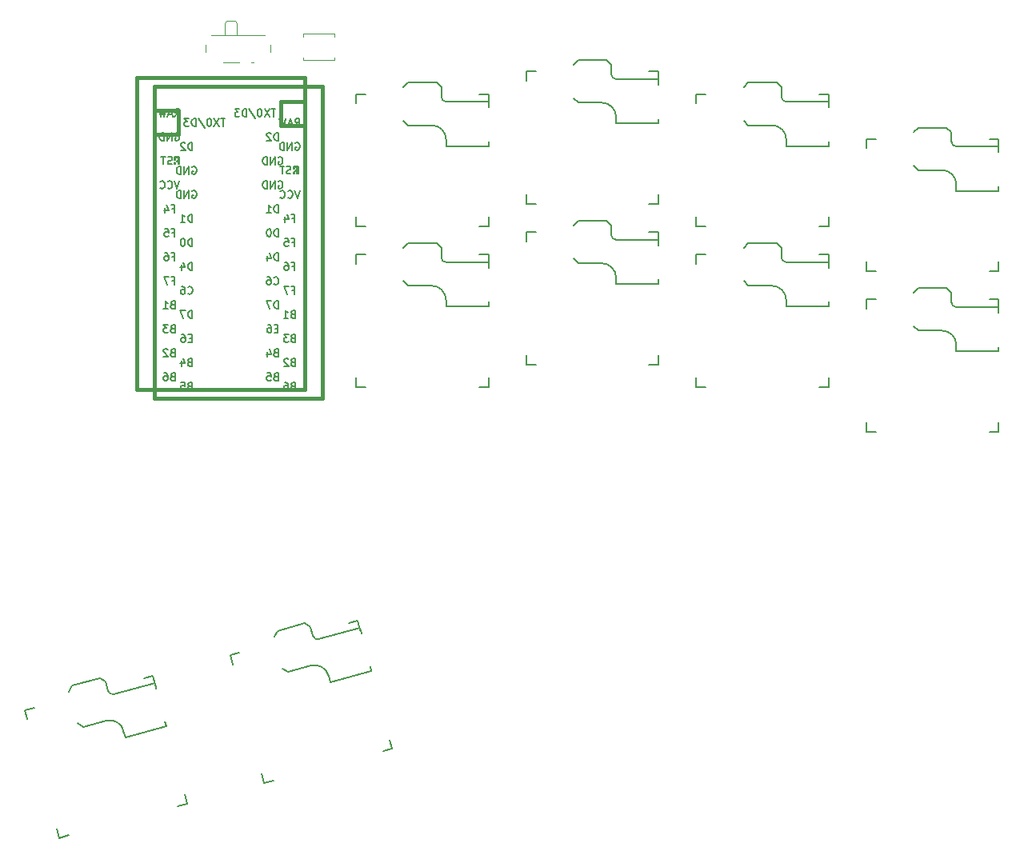
<source format=gbr>
%TF.GenerationSoftware,KiCad,Pcbnew,5.1.8*%
%TF.CreationDate,2021-02-20T18:00:33-06:00*%
%TF.ProjectId,small-paintbrush-hotswap,736d616c-6c2d-4706-9169-6e7462727573,rev?*%
%TF.SameCoordinates,Original*%
%TF.FileFunction,Legend,Bot*%
%TF.FilePolarity,Positive*%
%FSLAX46Y46*%
G04 Gerber Fmt 4.6, Leading zero omitted, Abs format (unit mm)*
G04 Created by KiCad (PCBNEW 5.1.8) date 2021-02-20 18:00:33*
%MOMM*%
%LPD*%
G01*
G04 APERTURE LIST*
%ADD10C,0.381000*%
%ADD11C,0.150000*%
%ADD12C,0.120000*%
G04 APERTURE END LIST*
D10*
%TO.C,U2*%
X93491739Y-27359424D02*
X93491739Y-57839424D01*
X93491739Y-57839424D02*
X75711739Y-57839424D01*
X75711739Y-57839424D02*
X75711739Y-27359424D01*
X90951739Y-27359424D02*
X90951739Y-29899424D01*
X90951739Y-29899424D02*
X93491739Y-29899424D01*
D11*
G36*
X79670171Y-33238784D02*
G01*
X79670171Y-33538784D01*
X79770171Y-33538784D01*
X79770171Y-33238784D01*
X79670171Y-33238784D01*
G37*
X79670171Y-33238784D02*
X79670171Y-33538784D01*
X79770171Y-33538784D01*
X79770171Y-33238784D01*
X79670171Y-33238784D01*
G36*
X79870171Y-33638784D02*
G01*
X79870171Y-33738784D01*
X79970171Y-33738784D01*
X79970171Y-33638784D01*
X79870171Y-33638784D01*
G37*
X79870171Y-33638784D02*
X79870171Y-33738784D01*
X79970171Y-33738784D01*
X79970171Y-33638784D01*
X79870171Y-33638784D01*
G36*
X79670171Y-33238784D02*
G01*
X79670171Y-33338784D01*
X80170171Y-33338784D01*
X80170171Y-33238784D01*
X79670171Y-33238784D01*
G37*
X79670171Y-33238784D02*
X79670171Y-33338784D01*
X80170171Y-33338784D01*
X80170171Y-33238784D01*
X79670171Y-33238784D01*
G36*
X80070171Y-33238784D02*
G01*
X80070171Y-34038784D01*
X80170171Y-34038784D01*
X80170171Y-33238784D01*
X80070171Y-33238784D01*
G37*
X80070171Y-33238784D02*
X80070171Y-34038784D01*
X80170171Y-34038784D01*
X80170171Y-33238784D01*
X80070171Y-33238784D01*
G36*
X79670171Y-33838784D02*
G01*
X79670171Y-34038784D01*
X79770171Y-34038784D01*
X79770171Y-33838784D01*
X79670171Y-33838784D01*
G37*
X79670171Y-33838784D02*
X79670171Y-34038784D01*
X79770171Y-34038784D01*
X79770171Y-33838784D01*
X79670171Y-33838784D01*
D10*
X75711739Y-27359424D02*
X75711739Y-24819424D01*
X75711739Y-24819424D02*
X93491739Y-24819424D01*
X93491739Y-24819424D02*
X93491739Y-27359424D01*
X90951739Y-27359424D02*
X93491739Y-27359424D01*
D11*
%TO.C,KEY10*%
X95970215Y-88173799D02*
X96151388Y-88849947D01*
X96151388Y-88849947D02*
X100498054Y-87685261D01*
X93451375Y-82637063D02*
X94063747Y-82990616D01*
X94322566Y-83956542D02*
X94063747Y-82990616D01*
X99281605Y-83145410D02*
X94934938Y-84310095D01*
X91105910Y-87406633D02*
X91718283Y-87760186D01*
X99436896Y-83724965D02*
X99281605Y-83145410D01*
X91718283Y-87760186D02*
X94133097Y-87113138D01*
X90200044Y-84025892D02*
X90553597Y-83413520D01*
X90553597Y-83413520D02*
X93451375Y-82637063D01*
X100498054Y-87685261D02*
X100368645Y-87202298D01*
X85551588Y-85996136D02*
X86517514Y-85737316D01*
X85810407Y-86962061D02*
X85551588Y-85996136D01*
X99074549Y-82372669D02*
X99333369Y-83338595D01*
X98108624Y-82631488D02*
X99074549Y-82372669D01*
X102439197Y-94929705D02*
X102698016Y-95895630D01*
X102698016Y-95895630D02*
X101732090Y-96154450D01*
X89175055Y-99519097D02*
X88916235Y-98553171D01*
X90140980Y-99260278D02*
X89175055Y-99519097D01*
X94133098Y-87113138D02*
G75*
G02*
X95970215Y-88173799I388228J-1448889D01*
G01*
X94934939Y-84310095D02*
G75*
G02*
X94322566Y-83956542I-129410J482963D01*
G01*
%TO.C,KEY9*%
X74274087Y-93990880D02*
X74455260Y-94667028D01*
X74455260Y-94667028D02*
X78801926Y-93502342D01*
X71755247Y-88454144D02*
X72367619Y-88807697D01*
X72626438Y-89773623D02*
X72367619Y-88807697D01*
X77585477Y-88962491D02*
X73238810Y-90127176D01*
X69409782Y-93223714D02*
X70022155Y-93577267D01*
X77740768Y-89542046D02*
X77585477Y-88962491D01*
X70022155Y-93577267D02*
X72436969Y-92930219D01*
X68503916Y-89842973D02*
X68857469Y-89230601D01*
X68857469Y-89230601D02*
X71755247Y-88454144D01*
X78801926Y-93502342D02*
X78672517Y-93019379D01*
X63855460Y-91813217D02*
X64821386Y-91554397D01*
X64114279Y-92779142D02*
X63855460Y-91813217D01*
X77378421Y-88189750D02*
X77637241Y-89155676D01*
X76412496Y-88448569D02*
X77378421Y-88189750D01*
X80743069Y-100746786D02*
X81001888Y-101712711D01*
X81001888Y-101712711D02*
X80035962Y-101971531D01*
X67478927Y-105336178D02*
X67220107Y-104370252D01*
X68444852Y-105077359D02*
X67478927Y-105336178D01*
X72436970Y-92930219D02*
G75*
G02*
X74274087Y-93990880I388228J-1448889D01*
G01*
X73238811Y-90127176D02*
G75*
G02*
X72626438Y-89773623I-129410J482963D01*
G01*
%TO.C,KEY3*%
X144401739Y-31399426D02*
X144401739Y-32099426D01*
X144401739Y-32099426D02*
X148901739Y-32099426D01*
X143401739Y-25399426D02*
X143901739Y-25899426D01*
X143901739Y-26899426D02*
X143901739Y-25899426D01*
X148901739Y-27399426D02*
X144401739Y-27399426D01*
X139901739Y-29399426D02*
X140401739Y-29899426D01*
X148901739Y-27999426D02*
X148901739Y-27399426D01*
X140401739Y-29899426D02*
X142901739Y-29899426D01*
X139901739Y-25899426D02*
X140401739Y-25399426D01*
X140401739Y-25399426D02*
X143401739Y-25399426D01*
X148901739Y-32099426D02*
X148901739Y-31599426D01*
X134901739Y-26599426D02*
X135901739Y-26599426D01*
X134901739Y-27599426D02*
X134901739Y-26599426D01*
X148901739Y-26599426D02*
X148901739Y-27599426D01*
X147901739Y-26599426D02*
X148901739Y-26599426D01*
X148901739Y-39599426D02*
X148901739Y-40599426D01*
X148901739Y-40599426D02*
X147901739Y-40599426D01*
X134901739Y-40599426D02*
X134901739Y-39599426D01*
X135901739Y-40599426D02*
X134901739Y-40599426D01*
X142901739Y-29899426D02*
G75*
G02*
X144401739Y-31399426I0J-1500000D01*
G01*
X144401739Y-27399426D02*
G75*
G02*
X143901739Y-26899426I0J500000D01*
G01*
%TO.C,KEY8*%
X162401739Y-53149423D02*
X162401739Y-53849423D01*
X162401739Y-53849423D02*
X166901739Y-53849423D01*
X161401739Y-47149423D02*
X161901739Y-47649423D01*
X161901739Y-48649423D02*
X161901739Y-47649423D01*
X166901739Y-49149423D02*
X162401739Y-49149423D01*
X157901739Y-51149423D02*
X158401739Y-51649423D01*
X166901739Y-49749423D02*
X166901739Y-49149423D01*
X158401739Y-51649423D02*
X160901739Y-51649423D01*
X157901739Y-47649423D02*
X158401739Y-47149423D01*
X158401739Y-47149423D02*
X161401739Y-47149423D01*
X166901739Y-53849423D02*
X166901739Y-53349423D01*
X152901739Y-48349423D02*
X153901739Y-48349423D01*
X152901739Y-49349423D02*
X152901739Y-48349423D01*
X166901739Y-48349423D02*
X166901739Y-49349423D01*
X165901739Y-48349423D02*
X166901739Y-48349423D01*
X166901739Y-61349423D02*
X166901739Y-62349423D01*
X166901739Y-62349423D02*
X165901739Y-62349423D01*
X152901739Y-62349423D02*
X152901739Y-61349423D01*
X153901739Y-62349423D02*
X152901739Y-62349423D01*
X160901739Y-51649423D02*
G75*
G02*
X162401739Y-53149423I0J-1500000D01*
G01*
X162401739Y-49149423D02*
G75*
G02*
X161901739Y-48649423I0J500000D01*
G01*
%TO.C,KEY7*%
X144401739Y-48399426D02*
X144401739Y-49099426D01*
X144401739Y-49099426D02*
X148901739Y-49099426D01*
X143401739Y-42399426D02*
X143901739Y-42899426D01*
X143901739Y-43899426D02*
X143901739Y-42899426D01*
X148901739Y-44399426D02*
X144401739Y-44399426D01*
X139901739Y-46399426D02*
X140401739Y-46899426D01*
X148901739Y-44999426D02*
X148901739Y-44399426D01*
X140401739Y-46899426D02*
X142901739Y-46899426D01*
X139901739Y-42899426D02*
X140401739Y-42399426D01*
X140401739Y-42399426D02*
X143401739Y-42399426D01*
X148901739Y-49099426D02*
X148901739Y-48599426D01*
X134901739Y-43599426D02*
X135901739Y-43599426D01*
X134901739Y-44599426D02*
X134901739Y-43599426D01*
X148901739Y-43599426D02*
X148901739Y-44599426D01*
X147901739Y-43599426D02*
X148901739Y-43599426D01*
X148901739Y-56599426D02*
X148901739Y-57599426D01*
X148901739Y-57599426D02*
X147901739Y-57599426D01*
X134901739Y-57599426D02*
X134901739Y-56599426D01*
X135901739Y-57599426D02*
X134901739Y-57599426D01*
X142901739Y-46899426D02*
G75*
G02*
X144401739Y-48399426I0J-1500000D01*
G01*
X144401739Y-44399426D02*
G75*
G02*
X143901739Y-43899426I0J500000D01*
G01*
%TO.C,KEY6*%
X117901739Y-55219424D02*
X116901739Y-55219424D01*
X116901739Y-55219424D02*
X116901739Y-54219424D01*
X130901739Y-55219424D02*
X129901739Y-55219424D01*
X130901739Y-54219424D02*
X130901739Y-55219424D01*
X129901739Y-41219424D02*
X130901739Y-41219424D01*
X130901739Y-41219424D02*
X130901739Y-42219424D01*
X116901739Y-42219424D02*
X116901739Y-41219424D01*
X116901739Y-41219424D02*
X117901739Y-41219424D01*
X130901739Y-46719424D02*
X130901739Y-46219424D01*
X122401739Y-40019424D02*
X125401739Y-40019424D01*
X121901739Y-40519424D02*
X122401739Y-40019424D01*
X122401739Y-44519424D02*
X124901739Y-44519424D01*
X130901739Y-42619424D02*
X130901739Y-42019424D01*
X121901739Y-44019424D02*
X122401739Y-44519424D01*
X130901739Y-42019424D02*
X126401739Y-42019424D01*
X125901739Y-41519424D02*
X125901739Y-40519424D01*
X125401739Y-40019424D02*
X125901739Y-40519424D01*
X126401739Y-46719424D02*
X130901739Y-46719424D01*
X126401739Y-46019424D02*
X126401739Y-46719424D01*
X126401739Y-42019424D02*
G75*
G02*
X125901739Y-41519424I0J500000D01*
G01*
X124901739Y-44519424D02*
G75*
G02*
X126401739Y-46019424I0J-1500000D01*
G01*
%TO.C,KEY5*%
X108401736Y-48399424D02*
X108401736Y-49099424D01*
X108401736Y-49099424D02*
X112901736Y-49099424D01*
X107401736Y-42399424D02*
X107901736Y-42899424D01*
X107901736Y-43899424D02*
X107901736Y-42899424D01*
X112901736Y-44399424D02*
X108401736Y-44399424D01*
X103901736Y-46399424D02*
X104401736Y-46899424D01*
X112901736Y-44999424D02*
X112901736Y-44399424D01*
X104401736Y-46899424D02*
X106901736Y-46899424D01*
X103901736Y-42899424D02*
X104401736Y-42399424D01*
X104401736Y-42399424D02*
X107401736Y-42399424D01*
X112901736Y-49099424D02*
X112901736Y-48599424D01*
X98901736Y-43599424D02*
X99901736Y-43599424D01*
X98901736Y-44599424D02*
X98901736Y-43599424D01*
X112901736Y-43599424D02*
X112901736Y-44599424D01*
X111901736Y-43599424D02*
X112901736Y-43599424D01*
X112901736Y-56599424D02*
X112901736Y-57599424D01*
X112901736Y-57599424D02*
X111901736Y-57599424D01*
X98901736Y-57599424D02*
X98901736Y-56599424D01*
X99901736Y-57599424D02*
X98901736Y-57599424D01*
X106901736Y-46899424D02*
G75*
G02*
X108401736Y-48399424I0J-1500000D01*
G01*
X108401736Y-44399424D02*
G75*
G02*
X107901736Y-43899424I0J500000D01*
G01*
%TO.C,KEY4*%
X162401737Y-36149424D02*
X162401737Y-36849424D01*
X162401737Y-36849424D02*
X166901737Y-36849424D01*
X161401737Y-30149424D02*
X161901737Y-30649424D01*
X161901737Y-31649424D02*
X161901737Y-30649424D01*
X166901737Y-32149424D02*
X162401737Y-32149424D01*
X157901737Y-34149424D02*
X158401737Y-34649424D01*
X166901737Y-32749424D02*
X166901737Y-32149424D01*
X158401737Y-34649424D02*
X160901737Y-34649424D01*
X157901737Y-30649424D02*
X158401737Y-30149424D01*
X158401737Y-30149424D02*
X161401737Y-30149424D01*
X166901737Y-36849424D02*
X166901737Y-36349424D01*
X152901737Y-31349424D02*
X153901737Y-31349424D01*
X152901737Y-32349424D02*
X152901737Y-31349424D01*
X166901737Y-31349424D02*
X166901737Y-32349424D01*
X165901737Y-31349424D02*
X166901737Y-31349424D01*
X166901737Y-44349424D02*
X166901737Y-45349424D01*
X166901737Y-45349424D02*
X165901737Y-45349424D01*
X152901737Y-45349424D02*
X152901737Y-44349424D01*
X153901737Y-45349424D02*
X152901737Y-45349424D01*
X160901737Y-34649424D02*
G75*
G02*
X162401737Y-36149424I0J-1500000D01*
G01*
X162401737Y-32149424D02*
G75*
G02*
X161901737Y-31649424I0J500000D01*
G01*
%TO.C,KEY2*%
X117901737Y-38219424D02*
X116901737Y-38219424D01*
X116901737Y-38219424D02*
X116901737Y-37219424D01*
X130901737Y-38219424D02*
X129901737Y-38219424D01*
X130901737Y-37219424D02*
X130901737Y-38219424D01*
X129901737Y-24219424D02*
X130901737Y-24219424D01*
X130901737Y-24219424D02*
X130901737Y-25219424D01*
X116901737Y-25219424D02*
X116901737Y-24219424D01*
X116901737Y-24219424D02*
X117901737Y-24219424D01*
X130901737Y-29719424D02*
X130901737Y-29219424D01*
X122401737Y-23019424D02*
X125401737Y-23019424D01*
X121901737Y-23519424D02*
X122401737Y-23019424D01*
X122401737Y-27519424D02*
X124901737Y-27519424D01*
X130901737Y-25619424D02*
X130901737Y-25019424D01*
X121901737Y-27019424D02*
X122401737Y-27519424D01*
X130901737Y-25019424D02*
X126401737Y-25019424D01*
X125901737Y-24519424D02*
X125901737Y-23519424D01*
X125401737Y-23019424D02*
X125901737Y-23519424D01*
X126401737Y-29719424D02*
X130901737Y-29719424D01*
X126401737Y-29019424D02*
X126401737Y-29719424D01*
X126401737Y-25019424D02*
G75*
G02*
X125901737Y-24519424I0J500000D01*
G01*
X124901737Y-27519424D02*
G75*
G02*
X126401737Y-29019424I0J-1500000D01*
G01*
%TO.C,KEY1*%
X108401737Y-31399424D02*
X108401737Y-32099424D01*
X108401737Y-32099424D02*
X112901737Y-32099424D01*
X107401737Y-25399424D02*
X107901737Y-25899424D01*
X107901737Y-26899424D02*
X107901737Y-25899424D01*
X112901737Y-27399424D02*
X108401737Y-27399424D01*
X103901737Y-29399424D02*
X104401737Y-29899424D01*
X112901737Y-27999424D02*
X112901737Y-27399424D01*
X104401737Y-29899424D02*
X106901737Y-29899424D01*
X103901737Y-25899424D02*
X104401737Y-25399424D01*
X104401737Y-25399424D02*
X107401737Y-25399424D01*
X112901737Y-32099424D02*
X112901737Y-31599424D01*
X98901737Y-26599424D02*
X99901737Y-26599424D01*
X98901737Y-27599424D02*
X98901737Y-26599424D01*
X112901737Y-26599424D02*
X112901737Y-27599424D01*
X111901737Y-26599424D02*
X112901737Y-26599424D01*
X112901737Y-39599424D02*
X112901737Y-40599424D01*
X112901737Y-40599424D02*
X111901737Y-40599424D01*
X98901737Y-40599424D02*
X98901737Y-39599424D01*
X99901737Y-40599424D02*
X98901737Y-40599424D01*
X106901737Y-29899424D02*
G75*
G02*
X108401737Y-31399424I0J-1500000D01*
G01*
X108401737Y-27399424D02*
G75*
G02*
X107901737Y-26899424I0J500000D01*
G01*
D10*
%TO.C,U1*%
X80051737Y-30899424D02*
X77511737Y-30899424D01*
X80051737Y-28359424D02*
X80051737Y-30899424D01*
D11*
G36*
X92446372Y-34648454D02*
G01*
X92446372Y-34748454D01*
X92546372Y-34748454D01*
X92546372Y-34648454D01*
X92446372Y-34648454D01*
G37*
X92446372Y-34648454D02*
X92446372Y-34748454D01*
X92546372Y-34748454D01*
X92546372Y-34648454D01*
X92446372Y-34648454D01*
G36*
X92646372Y-34248454D02*
G01*
X92646372Y-35048454D01*
X92746372Y-35048454D01*
X92746372Y-34248454D01*
X92646372Y-34248454D01*
G37*
X92646372Y-34248454D02*
X92646372Y-35048454D01*
X92746372Y-35048454D01*
X92746372Y-34248454D01*
X92646372Y-34248454D01*
G36*
X92246372Y-34848454D02*
G01*
X92246372Y-35048454D01*
X92346372Y-35048454D01*
X92346372Y-34848454D01*
X92246372Y-34848454D01*
G37*
X92246372Y-34848454D02*
X92246372Y-35048454D01*
X92346372Y-35048454D01*
X92346372Y-34848454D01*
X92246372Y-34848454D01*
G36*
X92246372Y-34248454D02*
G01*
X92246372Y-34548454D01*
X92346372Y-34548454D01*
X92346372Y-34248454D01*
X92246372Y-34248454D01*
G37*
X92246372Y-34248454D02*
X92246372Y-34548454D01*
X92346372Y-34548454D01*
X92346372Y-34248454D01*
X92246372Y-34248454D01*
G36*
X92246372Y-34248454D02*
G01*
X92246372Y-34348454D01*
X92746372Y-34348454D01*
X92746372Y-34248454D01*
X92246372Y-34248454D01*
G37*
X92246372Y-34248454D02*
X92246372Y-34348454D01*
X92746372Y-34348454D01*
X92746372Y-34248454D01*
X92246372Y-34248454D01*
D10*
X95291737Y-58839424D02*
X95291737Y-25819424D01*
X77511737Y-58839424D02*
X95291737Y-58839424D01*
X77511737Y-25819424D02*
X77511737Y-58839424D01*
X95291737Y-25819424D02*
X77511737Y-25819424D01*
X80051737Y-28359424D02*
X77511737Y-28359424D01*
D12*
%TO.C,PUSH1*%
X93251737Y-20499425D02*
X93251737Y-20199425D01*
X93251737Y-20199425D02*
X96551737Y-20199425D01*
X96551737Y-20199425D02*
X96551737Y-20499425D01*
X93251737Y-22699425D02*
X93251737Y-22999425D01*
X93251737Y-22999425D02*
X96551737Y-22999425D01*
X96551737Y-22999425D02*
X96551737Y-22699425D01*
%TO.C,SW1*%
X87801737Y-23219425D02*
X88001737Y-23219425D01*
X85001737Y-19079425D02*
X85201737Y-18869425D01*
X86301737Y-19079425D02*
X86101737Y-18869425D01*
X85001737Y-20369425D02*
X85001737Y-19079425D01*
X85201737Y-18869425D02*
X86101737Y-18869425D01*
X86301737Y-19079425D02*
X86301737Y-20369425D01*
X83551737Y-20369425D02*
X89251737Y-20369425D01*
X84801737Y-23219425D02*
X86501737Y-23219425D01*
X82951737Y-22169425D02*
X82951737Y-21379425D01*
X89851737Y-21379425D02*
X89851737Y-22169425D01*
%TO.C,U2*%
D11*
X79464548Y-53972281D02*
X79350262Y-54010376D01*
X79312167Y-54048471D01*
X79274072Y-54124662D01*
X79274072Y-54238947D01*
X79312167Y-54315138D01*
X79350262Y-54353233D01*
X79426453Y-54391328D01*
X79731215Y-54391328D01*
X79731215Y-53591328D01*
X79464548Y-53591328D01*
X79388358Y-53629424D01*
X79350262Y-53667519D01*
X79312167Y-53743709D01*
X79312167Y-53819900D01*
X79350262Y-53896090D01*
X79388358Y-53934185D01*
X79464548Y-53972281D01*
X79731215Y-53972281D01*
X78969310Y-53667519D02*
X78931215Y-53629424D01*
X78855024Y-53591328D01*
X78664548Y-53591328D01*
X78588358Y-53629424D01*
X78550262Y-53667519D01*
X78512167Y-53743709D01*
X78512167Y-53819900D01*
X78550262Y-53934185D01*
X79007405Y-54391328D01*
X78512167Y-54391328D01*
X79407405Y-46352281D02*
X79674072Y-46352281D01*
X79674072Y-46771328D02*
X79674072Y-45971328D01*
X79293119Y-45971328D01*
X79064548Y-45971328D02*
X78531215Y-45971328D01*
X78874072Y-46771328D01*
X79407405Y-43812281D02*
X79674072Y-43812281D01*
X79674072Y-44231328D02*
X79674072Y-43431328D01*
X79293119Y-43431328D01*
X78645500Y-43431328D02*
X78797881Y-43431328D01*
X78874072Y-43469424D01*
X78912167Y-43507519D01*
X78988358Y-43621804D01*
X79026453Y-43774185D01*
X79026453Y-44078947D01*
X78988358Y-44155138D01*
X78950262Y-44193233D01*
X78874072Y-44231328D01*
X78721691Y-44231328D01*
X78645500Y-44193233D01*
X78607405Y-44155138D01*
X78569310Y-44078947D01*
X78569310Y-43888471D01*
X78607405Y-43812281D01*
X78645500Y-43774185D01*
X78721691Y-43736090D01*
X78874072Y-43736090D01*
X78950262Y-43774185D01*
X78988358Y-43812281D01*
X79026453Y-43888471D01*
X79407405Y-41272281D02*
X79674072Y-41272281D01*
X79674072Y-41691328D02*
X79674072Y-40891328D01*
X79293119Y-40891328D01*
X78607405Y-40891328D02*
X78988358Y-40891328D01*
X79026453Y-41272281D01*
X78988358Y-41234185D01*
X78912167Y-41196090D01*
X78721691Y-41196090D01*
X78645500Y-41234185D01*
X78607405Y-41272281D01*
X78569310Y-41348471D01*
X78569310Y-41538947D01*
X78607405Y-41615138D01*
X78645500Y-41653233D01*
X78721691Y-41691328D01*
X78912167Y-41691328D01*
X78988358Y-41653233D01*
X79026453Y-41615138D01*
X79693119Y-28991328D02*
X79959786Y-28610376D01*
X80150262Y-28991328D02*
X80150262Y-28191328D01*
X79845500Y-28191328D01*
X79769310Y-28229424D01*
X79731215Y-28267519D01*
X79693119Y-28343709D01*
X79693119Y-28457995D01*
X79731215Y-28534185D01*
X79769310Y-28572281D01*
X79845500Y-28610376D01*
X80150262Y-28610376D01*
X79388358Y-28762757D02*
X79007405Y-28762757D01*
X79464548Y-28991328D02*
X79197881Y-28191328D01*
X78931215Y-28991328D01*
X78740739Y-28191328D02*
X78550262Y-28991328D01*
X78397881Y-28419900D01*
X78245500Y-28991328D01*
X78055024Y-28191328D01*
X79750262Y-30769424D02*
X79826453Y-30731328D01*
X79940739Y-30731328D01*
X80055024Y-30769424D01*
X80131215Y-30845614D01*
X80169310Y-30921804D01*
X80207405Y-31074185D01*
X80207405Y-31188471D01*
X80169310Y-31340852D01*
X80131215Y-31417043D01*
X80055024Y-31493233D01*
X79940739Y-31531328D01*
X79864548Y-31531328D01*
X79750262Y-31493233D01*
X79712167Y-31455138D01*
X79712167Y-31188471D01*
X79864548Y-31188471D01*
X79369310Y-31531328D02*
X79369310Y-30731328D01*
X78912167Y-31531328D01*
X78912167Y-30731328D01*
X78531215Y-31531328D02*
X78531215Y-30731328D01*
X78340739Y-30731328D01*
X78226453Y-30769424D01*
X78150262Y-30845614D01*
X78112167Y-30921804D01*
X78074072Y-31074185D01*
X78074072Y-31188471D01*
X78112167Y-31340852D01*
X78150262Y-31417043D01*
X78226453Y-31493233D01*
X78340739Y-31531328D01*
X78531215Y-31531328D01*
X79401952Y-34003233D02*
X79287666Y-34041328D01*
X79097190Y-34041328D01*
X79020999Y-34003233D01*
X78982904Y-33965138D01*
X78944809Y-33888947D01*
X78944809Y-33812757D01*
X78982904Y-33736566D01*
X79020999Y-33698471D01*
X79097190Y-33660376D01*
X79249571Y-33622281D01*
X79325761Y-33584185D01*
X79363857Y-33546090D01*
X79401952Y-33469900D01*
X79401952Y-33393709D01*
X79363857Y-33317519D01*
X79325761Y-33279424D01*
X79249571Y-33241328D01*
X79059095Y-33241328D01*
X78944809Y-33279424D01*
X78716238Y-33241328D02*
X78259095Y-33241328D01*
X78487666Y-34041328D02*
X78487666Y-33241328D01*
X80207405Y-35811328D02*
X79940739Y-36611328D01*
X79674072Y-35811328D01*
X78950262Y-36535138D02*
X78988358Y-36573233D01*
X79102643Y-36611328D01*
X79178834Y-36611328D01*
X79293119Y-36573233D01*
X79369310Y-36497043D01*
X79407405Y-36420852D01*
X79445500Y-36268471D01*
X79445500Y-36154185D01*
X79407405Y-36001804D01*
X79369310Y-35925614D01*
X79293119Y-35849424D01*
X79178834Y-35811328D01*
X79102643Y-35811328D01*
X78988358Y-35849424D01*
X78950262Y-35887519D01*
X78150262Y-36535138D02*
X78188358Y-36573233D01*
X78302643Y-36611328D01*
X78378834Y-36611328D01*
X78493119Y-36573233D01*
X78569310Y-36497043D01*
X78607405Y-36420852D01*
X78645500Y-36268471D01*
X78645500Y-36154185D01*
X78607405Y-36001804D01*
X78569310Y-35925614D01*
X78493119Y-35849424D01*
X78378834Y-35811328D01*
X78302643Y-35811328D01*
X78188358Y-35849424D01*
X78150262Y-35887519D01*
X79407405Y-38732281D02*
X79674072Y-38732281D01*
X79674072Y-39151328D02*
X79674072Y-38351328D01*
X79293119Y-38351328D01*
X78645500Y-38617995D02*
X78645500Y-39151328D01*
X78835977Y-38313233D02*
X79026453Y-38884662D01*
X78531215Y-38884662D01*
X79464548Y-48892281D02*
X79350262Y-48930376D01*
X79312167Y-48968471D01*
X79274072Y-49044662D01*
X79274072Y-49158947D01*
X79312167Y-49235138D01*
X79350262Y-49273233D01*
X79426453Y-49311328D01*
X79731215Y-49311328D01*
X79731215Y-48511328D01*
X79464548Y-48511328D01*
X79388358Y-48549424D01*
X79350262Y-48587519D01*
X79312167Y-48663709D01*
X79312167Y-48739900D01*
X79350262Y-48816090D01*
X79388358Y-48854185D01*
X79464548Y-48892281D01*
X79731215Y-48892281D01*
X78512167Y-49311328D02*
X78969310Y-49311328D01*
X78740739Y-49311328D02*
X78740739Y-48511328D01*
X78816929Y-48625614D01*
X78893119Y-48701804D01*
X78969310Y-48739900D01*
X79464548Y-51432281D02*
X79350262Y-51470376D01*
X79312167Y-51508471D01*
X79274072Y-51584662D01*
X79274072Y-51698947D01*
X79312167Y-51775138D01*
X79350262Y-51813233D01*
X79426453Y-51851328D01*
X79731215Y-51851328D01*
X79731215Y-51051328D01*
X79464548Y-51051328D01*
X79388358Y-51089424D01*
X79350262Y-51127519D01*
X79312167Y-51203709D01*
X79312167Y-51279900D01*
X79350262Y-51356090D01*
X79388358Y-51394185D01*
X79464548Y-51432281D01*
X79731215Y-51432281D01*
X79007405Y-51051328D02*
X78512167Y-51051328D01*
X78778834Y-51356090D01*
X78664548Y-51356090D01*
X78588358Y-51394185D01*
X78550262Y-51432281D01*
X78512167Y-51508471D01*
X78512167Y-51698947D01*
X78550262Y-51775138D01*
X78588358Y-51813233D01*
X78664548Y-51851328D01*
X78893119Y-51851328D01*
X78969310Y-51813233D01*
X79007405Y-51775138D01*
X79464548Y-56512281D02*
X79350262Y-56550376D01*
X79312167Y-56588471D01*
X79274072Y-56664662D01*
X79274072Y-56778947D01*
X79312167Y-56855138D01*
X79350262Y-56893233D01*
X79426453Y-56931328D01*
X79731215Y-56931328D01*
X79731215Y-56131328D01*
X79464548Y-56131328D01*
X79388358Y-56169424D01*
X79350262Y-56207519D01*
X79312167Y-56283709D01*
X79312167Y-56359900D01*
X79350262Y-56436090D01*
X79388358Y-56474185D01*
X79464548Y-56512281D01*
X79731215Y-56512281D01*
X78588358Y-56131328D02*
X78740739Y-56131328D01*
X78816929Y-56169424D01*
X78855024Y-56207519D01*
X78931215Y-56321804D01*
X78969310Y-56474185D01*
X78969310Y-56778947D01*
X78931215Y-56855138D01*
X78893119Y-56893233D01*
X78816929Y-56931328D01*
X78664548Y-56931328D01*
X78588358Y-56893233D01*
X78550262Y-56855138D01*
X78512167Y-56778947D01*
X78512167Y-56588471D01*
X78550262Y-56512281D01*
X78588358Y-56474185D01*
X78664548Y-56436090D01*
X78816929Y-56436090D01*
X78893119Y-56474185D01*
X78931215Y-56512281D01*
X78969310Y-56588471D01*
X90386548Y-56512281D02*
X90272262Y-56550376D01*
X90234167Y-56588471D01*
X90196072Y-56664662D01*
X90196072Y-56778947D01*
X90234167Y-56855138D01*
X90272262Y-56893233D01*
X90348453Y-56931328D01*
X90653215Y-56931328D01*
X90653215Y-56131328D01*
X90386548Y-56131328D01*
X90310358Y-56169424D01*
X90272262Y-56207519D01*
X90234167Y-56283709D01*
X90234167Y-56359900D01*
X90272262Y-56436090D01*
X90310358Y-56474185D01*
X90386548Y-56512281D01*
X90653215Y-56512281D01*
X89472262Y-56131328D02*
X89853215Y-56131328D01*
X89891310Y-56512281D01*
X89853215Y-56474185D01*
X89777024Y-56436090D01*
X89586548Y-56436090D01*
X89510358Y-56474185D01*
X89472262Y-56512281D01*
X89434167Y-56588471D01*
X89434167Y-56778947D01*
X89472262Y-56855138D01*
X89510358Y-56893233D01*
X89586548Y-56931328D01*
X89777024Y-56931328D01*
X89853215Y-56893233D01*
X89891310Y-56855138D01*
X90386548Y-53972281D02*
X90272262Y-54010376D01*
X90234167Y-54048471D01*
X90196072Y-54124662D01*
X90196072Y-54238947D01*
X90234167Y-54315138D01*
X90272262Y-54353233D01*
X90348453Y-54391328D01*
X90653215Y-54391328D01*
X90653215Y-53591328D01*
X90386548Y-53591328D01*
X90310358Y-53629424D01*
X90272262Y-53667519D01*
X90234167Y-53743709D01*
X90234167Y-53819900D01*
X90272262Y-53896090D01*
X90310358Y-53934185D01*
X90386548Y-53972281D01*
X90653215Y-53972281D01*
X89510358Y-53857995D02*
X89510358Y-54391328D01*
X89700834Y-53553233D02*
X89891310Y-54124662D01*
X89396072Y-54124662D01*
X90615119Y-51432281D02*
X90348453Y-51432281D01*
X90234167Y-51851328D02*
X90615119Y-51851328D01*
X90615119Y-51051328D01*
X90234167Y-51051328D01*
X89548453Y-51051328D02*
X89700834Y-51051328D01*
X89777024Y-51089424D01*
X89815119Y-51127519D01*
X89891310Y-51241804D01*
X89929405Y-51394185D01*
X89929405Y-51698947D01*
X89891310Y-51775138D01*
X89853215Y-51813233D01*
X89777024Y-51851328D01*
X89624643Y-51851328D01*
X89548453Y-51813233D01*
X89510358Y-51775138D01*
X89472262Y-51698947D01*
X89472262Y-51508471D01*
X89510358Y-51432281D01*
X89548453Y-51394185D01*
X89624643Y-51356090D01*
X89777024Y-51356090D01*
X89853215Y-51394185D01*
X89891310Y-51432281D01*
X89929405Y-51508471D01*
X90653215Y-49311328D02*
X90653215Y-48511328D01*
X90462739Y-48511328D01*
X90348453Y-48549424D01*
X90272262Y-48625614D01*
X90234167Y-48701804D01*
X90196072Y-48854185D01*
X90196072Y-48968471D01*
X90234167Y-49120852D01*
X90272262Y-49197043D01*
X90348453Y-49273233D01*
X90462739Y-49311328D01*
X90653215Y-49311328D01*
X89929405Y-48511328D02*
X89396072Y-48511328D01*
X89738929Y-49311328D01*
X90196072Y-46695138D02*
X90234167Y-46733233D01*
X90348453Y-46771328D01*
X90424643Y-46771328D01*
X90538929Y-46733233D01*
X90615119Y-46657043D01*
X90653215Y-46580852D01*
X90691310Y-46428471D01*
X90691310Y-46314185D01*
X90653215Y-46161804D01*
X90615119Y-46085614D01*
X90538929Y-46009424D01*
X90424643Y-45971328D01*
X90348453Y-45971328D01*
X90234167Y-46009424D01*
X90196072Y-46047519D01*
X89510358Y-45971328D02*
X89662739Y-45971328D01*
X89738929Y-46009424D01*
X89777024Y-46047519D01*
X89853215Y-46161804D01*
X89891310Y-46314185D01*
X89891310Y-46618947D01*
X89853215Y-46695138D01*
X89815119Y-46733233D01*
X89738929Y-46771328D01*
X89586548Y-46771328D01*
X89510358Y-46733233D01*
X89472262Y-46695138D01*
X89434167Y-46618947D01*
X89434167Y-46428471D01*
X89472262Y-46352281D01*
X89510358Y-46314185D01*
X89586548Y-46276090D01*
X89738929Y-46276090D01*
X89815119Y-46314185D01*
X89853215Y-46352281D01*
X89891310Y-46428471D01*
X90653215Y-44231328D02*
X90653215Y-43431328D01*
X90462739Y-43431328D01*
X90348453Y-43469424D01*
X90272262Y-43545614D01*
X90234167Y-43621804D01*
X90196072Y-43774185D01*
X90196072Y-43888471D01*
X90234167Y-44040852D01*
X90272262Y-44117043D01*
X90348453Y-44193233D01*
X90462739Y-44231328D01*
X90653215Y-44231328D01*
X89510358Y-43697995D02*
X89510358Y-44231328D01*
X89700834Y-43393233D02*
X89891310Y-43964662D01*
X89396072Y-43964662D01*
X90672262Y-33309424D02*
X90748453Y-33271328D01*
X90862739Y-33271328D01*
X90977024Y-33309424D01*
X91053215Y-33385614D01*
X91091310Y-33461804D01*
X91129405Y-33614185D01*
X91129405Y-33728471D01*
X91091310Y-33880852D01*
X91053215Y-33957043D01*
X90977024Y-34033233D01*
X90862739Y-34071328D01*
X90786548Y-34071328D01*
X90672262Y-34033233D01*
X90634167Y-33995138D01*
X90634167Y-33728471D01*
X90786548Y-33728471D01*
X90291310Y-34071328D02*
X90291310Y-33271328D01*
X89834167Y-34071328D01*
X89834167Y-33271328D01*
X89453215Y-34071328D02*
X89453215Y-33271328D01*
X89262739Y-33271328D01*
X89148453Y-33309424D01*
X89072262Y-33385614D01*
X89034167Y-33461804D01*
X88996072Y-33614185D01*
X88996072Y-33728471D01*
X89034167Y-33880852D01*
X89072262Y-33957043D01*
X89148453Y-34033233D01*
X89262739Y-34071328D01*
X89453215Y-34071328D01*
X90672262Y-35849424D02*
X90748453Y-35811328D01*
X90862739Y-35811328D01*
X90977024Y-35849424D01*
X91053215Y-35925614D01*
X91091310Y-36001804D01*
X91129405Y-36154185D01*
X91129405Y-36268471D01*
X91091310Y-36420852D01*
X91053215Y-36497043D01*
X90977024Y-36573233D01*
X90862739Y-36611328D01*
X90786548Y-36611328D01*
X90672262Y-36573233D01*
X90634167Y-36535138D01*
X90634167Y-36268471D01*
X90786548Y-36268471D01*
X90291310Y-36611328D02*
X90291310Y-35811328D01*
X89834167Y-36611328D01*
X89834167Y-35811328D01*
X89453215Y-36611328D02*
X89453215Y-35811328D01*
X89262739Y-35811328D01*
X89148453Y-35849424D01*
X89072262Y-35925614D01*
X89034167Y-36001804D01*
X88996072Y-36154185D01*
X88996072Y-36268471D01*
X89034167Y-36420852D01*
X89072262Y-36497043D01*
X89148453Y-36573233D01*
X89262739Y-36611328D01*
X89453215Y-36611328D01*
X90653215Y-39151328D02*
X90653215Y-38351328D01*
X90462739Y-38351328D01*
X90348453Y-38389424D01*
X90272262Y-38465614D01*
X90234167Y-38541804D01*
X90196072Y-38694185D01*
X90196072Y-38808471D01*
X90234167Y-38960852D01*
X90272262Y-39037043D01*
X90348453Y-39113233D01*
X90462739Y-39151328D01*
X90653215Y-39151328D01*
X89434167Y-39151328D02*
X89891310Y-39151328D01*
X89662739Y-39151328D02*
X89662739Y-38351328D01*
X89738929Y-38465614D01*
X89815119Y-38541804D01*
X89891310Y-38579900D01*
X90653215Y-41691328D02*
X90653215Y-40891328D01*
X90462739Y-40891328D01*
X90348453Y-40929424D01*
X90272262Y-41005614D01*
X90234167Y-41081804D01*
X90196072Y-41234185D01*
X90196072Y-41348471D01*
X90234167Y-41500852D01*
X90272262Y-41577043D01*
X90348453Y-41653233D01*
X90462739Y-41691328D01*
X90653215Y-41691328D01*
X89700834Y-40891328D02*
X89624643Y-40891328D01*
X89548453Y-40929424D01*
X89510358Y-40967519D01*
X89472262Y-41043709D01*
X89434167Y-41196090D01*
X89434167Y-41386566D01*
X89472262Y-41538947D01*
X89510358Y-41615138D01*
X89548453Y-41653233D01*
X89624643Y-41691328D01*
X89700834Y-41691328D01*
X89777024Y-41653233D01*
X89815119Y-41615138D01*
X89853215Y-41538947D01*
X89891310Y-41386566D01*
X89891310Y-41196090D01*
X89853215Y-41043709D01*
X89815119Y-40967519D01*
X89777024Y-40929424D01*
X89700834Y-40891328D01*
X90653215Y-31531328D02*
X90653215Y-30731328D01*
X90462739Y-30731328D01*
X90348453Y-30769424D01*
X90272262Y-30845614D01*
X90234167Y-30921804D01*
X90196072Y-31074185D01*
X90196072Y-31188471D01*
X90234167Y-31340852D01*
X90272262Y-31417043D01*
X90348453Y-31493233D01*
X90462739Y-31531328D01*
X90653215Y-31531328D01*
X89891310Y-30807519D02*
X89853215Y-30769424D01*
X89777024Y-30731328D01*
X89586548Y-30731328D01*
X89510358Y-30769424D01*
X89472262Y-30807519D01*
X89434167Y-30883709D01*
X89434167Y-30959900D01*
X89472262Y-31074185D01*
X89929405Y-31531328D01*
X89434167Y-31531328D01*
X90364087Y-28191328D02*
X89906944Y-28191328D01*
X90135515Y-28991328D02*
X90135515Y-28191328D01*
X89716468Y-28191328D02*
X89183134Y-28991328D01*
X89183134Y-28191328D02*
X89716468Y-28991328D01*
X88725991Y-28191328D02*
X88649801Y-28191328D01*
X88573611Y-28229424D01*
X88535515Y-28267519D01*
X88497420Y-28343709D01*
X88459325Y-28496090D01*
X88459325Y-28686566D01*
X88497420Y-28838947D01*
X88535515Y-28915138D01*
X88573611Y-28953233D01*
X88649801Y-28991328D01*
X88725991Y-28991328D01*
X88802182Y-28953233D01*
X88840277Y-28915138D01*
X88878372Y-28838947D01*
X88916468Y-28686566D01*
X88916468Y-28496090D01*
X88878372Y-28343709D01*
X88840277Y-28267519D01*
X88802182Y-28229424D01*
X88725991Y-28191328D01*
X87545039Y-28153233D02*
X88230753Y-29181804D01*
X87278372Y-28991328D02*
X87278372Y-28191328D01*
X87087896Y-28191328D01*
X86973611Y-28229424D01*
X86897420Y-28305614D01*
X86859325Y-28381804D01*
X86821230Y-28534185D01*
X86821230Y-28648471D01*
X86859325Y-28800852D01*
X86897420Y-28877043D01*
X86973611Y-28953233D01*
X87087896Y-28991328D01*
X87278372Y-28991328D01*
X86554563Y-28191328D02*
X86059325Y-28191328D01*
X86325991Y-28496090D01*
X86211706Y-28496090D01*
X86135515Y-28534185D01*
X86097420Y-28572281D01*
X86059325Y-28648471D01*
X86059325Y-28838947D01*
X86097420Y-28915138D01*
X86135515Y-28953233D01*
X86211706Y-28991328D01*
X86440277Y-28991328D01*
X86516468Y-28953233D01*
X86554563Y-28915138D01*
%TO.C,U1*%
X91975070Y-35013233D02*
X91860784Y-35051328D01*
X91670308Y-35051328D01*
X91594117Y-35013233D01*
X91556022Y-34975138D01*
X91517927Y-34898947D01*
X91517927Y-34822757D01*
X91556022Y-34746566D01*
X91594117Y-34708471D01*
X91670308Y-34670376D01*
X91822689Y-34632281D01*
X91898879Y-34594185D01*
X91936975Y-34556090D01*
X91975070Y-34479900D01*
X91975070Y-34403709D01*
X91936975Y-34327519D01*
X91898879Y-34289424D01*
X91822689Y-34251328D01*
X91632213Y-34251328D01*
X91517927Y-34289424D01*
X91289356Y-34251328D02*
X90832213Y-34251328D01*
X91060784Y-35051328D02*
X91060784Y-34251328D01*
X85020341Y-29191328D02*
X84563198Y-29191328D01*
X84791769Y-29991328D02*
X84791769Y-29191328D01*
X84372722Y-29191328D02*
X83839388Y-29991328D01*
X83839388Y-29191328D02*
X84372722Y-29991328D01*
X83382245Y-29191328D02*
X83306055Y-29191328D01*
X83229865Y-29229424D01*
X83191769Y-29267519D01*
X83153674Y-29343709D01*
X83115579Y-29496090D01*
X83115579Y-29686566D01*
X83153674Y-29838947D01*
X83191769Y-29915138D01*
X83229865Y-29953233D01*
X83306055Y-29991328D01*
X83382245Y-29991328D01*
X83458436Y-29953233D01*
X83496531Y-29915138D01*
X83534626Y-29838947D01*
X83572722Y-29686566D01*
X83572722Y-29496090D01*
X83534626Y-29343709D01*
X83496531Y-29267519D01*
X83458436Y-29229424D01*
X83382245Y-29191328D01*
X82201293Y-29153233D02*
X82887007Y-30181804D01*
X81934626Y-29991328D02*
X81934626Y-29191328D01*
X81744150Y-29191328D01*
X81629865Y-29229424D01*
X81553674Y-29305614D01*
X81515579Y-29381804D01*
X81477484Y-29534185D01*
X81477484Y-29648471D01*
X81515579Y-29800852D01*
X81553674Y-29877043D01*
X81629865Y-29953233D01*
X81744150Y-29991328D01*
X81934626Y-29991328D01*
X81210817Y-29191328D02*
X80715579Y-29191328D01*
X80982245Y-29496090D01*
X80867960Y-29496090D01*
X80791769Y-29534185D01*
X80753674Y-29572281D01*
X80715579Y-29648471D01*
X80715579Y-29838947D01*
X80753674Y-29915138D01*
X80791769Y-29953233D01*
X80867960Y-29991328D01*
X81096531Y-29991328D01*
X81172722Y-29953233D01*
X81210817Y-29915138D01*
X92186546Y-54972281D02*
X92072260Y-55010376D01*
X92034165Y-55048471D01*
X91996070Y-55124662D01*
X91996070Y-55238947D01*
X92034165Y-55315138D01*
X92072260Y-55353233D01*
X92148451Y-55391328D01*
X92453213Y-55391328D01*
X92453213Y-54591328D01*
X92186546Y-54591328D01*
X92110356Y-54629424D01*
X92072260Y-54667519D01*
X92034165Y-54743709D01*
X92034165Y-54819900D01*
X92072260Y-54896090D01*
X92110356Y-54934185D01*
X92186546Y-54972281D01*
X92453213Y-54972281D01*
X91691308Y-54667519D02*
X91653213Y-54629424D01*
X91577022Y-54591328D01*
X91386546Y-54591328D01*
X91310356Y-54629424D01*
X91272260Y-54667519D01*
X91234165Y-54743709D01*
X91234165Y-54819900D01*
X91272260Y-54934185D01*
X91729403Y-55391328D01*
X91234165Y-55391328D01*
X92129403Y-47352281D02*
X92396070Y-47352281D01*
X92396070Y-47771328D02*
X92396070Y-46971328D01*
X92015117Y-46971328D01*
X91786546Y-46971328D02*
X91253213Y-46971328D01*
X91596070Y-47771328D01*
X92129403Y-44812281D02*
X92396070Y-44812281D01*
X92396070Y-45231328D02*
X92396070Y-44431328D01*
X92015117Y-44431328D01*
X91367498Y-44431328D02*
X91519879Y-44431328D01*
X91596070Y-44469424D01*
X91634165Y-44507519D01*
X91710356Y-44621804D01*
X91748451Y-44774185D01*
X91748451Y-45078947D01*
X91710356Y-45155138D01*
X91672260Y-45193233D01*
X91596070Y-45231328D01*
X91443689Y-45231328D01*
X91367498Y-45193233D01*
X91329403Y-45155138D01*
X91291308Y-45078947D01*
X91291308Y-44888471D01*
X91329403Y-44812281D01*
X91367498Y-44774185D01*
X91443689Y-44736090D01*
X91596070Y-44736090D01*
X91672260Y-44774185D01*
X91710356Y-44812281D01*
X91748451Y-44888471D01*
X92129403Y-42272281D02*
X92396070Y-42272281D01*
X92396070Y-42691328D02*
X92396070Y-41891328D01*
X92015117Y-41891328D01*
X91329403Y-41891328D02*
X91710356Y-41891328D01*
X91748451Y-42272281D01*
X91710356Y-42234185D01*
X91634165Y-42196090D01*
X91443689Y-42196090D01*
X91367498Y-42234185D01*
X91329403Y-42272281D01*
X91291308Y-42348471D01*
X91291308Y-42538947D01*
X91329403Y-42615138D01*
X91367498Y-42653233D01*
X91443689Y-42691328D01*
X91634165Y-42691328D01*
X91710356Y-42653233D01*
X91748451Y-42615138D01*
X92415117Y-29991328D02*
X92681784Y-29610376D01*
X92872260Y-29991328D02*
X92872260Y-29191328D01*
X92567498Y-29191328D01*
X92491308Y-29229424D01*
X92453213Y-29267519D01*
X92415117Y-29343709D01*
X92415117Y-29457995D01*
X92453213Y-29534185D01*
X92491308Y-29572281D01*
X92567498Y-29610376D01*
X92872260Y-29610376D01*
X92110356Y-29762757D02*
X91729403Y-29762757D01*
X92186546Y-29991328D02*
X91919879Y-29191328D01*
X91653213Y-29991328D01*
X91462737Y-29191328D02*
X91272260Y-29991328D01*
X91119879Y-29419900D01*
X90967498Y-29991328D01*
X90777022Y-29191328D01*
X92472260Y-31769424D02*
X92548451Y-31731328D01*
X92662737Y-31731328D01*
X92777022Y-31769424D01*
X92853213Y-31845614D01*
X92891308Y-31921804D01*
X92929403Y-32074185D01*
X92929403Y-32188471D01*
X92891308Y-32340852D01*
X92853213Y-32417043D01*
X92777022Y-32493233D01*
X92662737Y-32531328D01*
X92586546Y-32531328D01*
X92472260Y-32493233D01*
X92434165Y-32455138D01*
X92434165Y-32188471D01*
X92586546Y-32188471D01*
X92091308Y-32531328D02*
X92091308Y-31731328D01*
X91634165Y-32531328D01*
X91634165Y-31731328D01*
X91253213Y-32531328D02*
X91253213Y-31731328D01*
X91062737Y-31731328D01*
X90948451Y-31769424D01*
X90872260Y-31845614D01*
X90834165Y-31921804D01*
X90796070Y-32074185D01*
X90796070Y-32188471D01*
X90834165Y-32340852D01*
X90872260Y-32417043D01*
X90948451Y-32493233D01*
X91062737Y-32531328D01*
X91253213Y-32531328D01*
X92929403Y-36811328D02*
X92662737Y-37611328D01*
X92396070Y-36811328D01*
X91672260Y-37535138D02*
X91710356Y-37573233D01*
X91824641Y-37611328D01*
X91900832Y-37611328D01*
X92015117Y-37573233D01*
X92091308Y-37497043D01*
X92129403Y-37420852D01*
X92167498Y-37268471D01*
X92167498Y-37154185D01*
X92129403Y-37001804D01*
X92091308Y-36925614D01*
X92015117Y-36849424D01*
X91900832Y-36811328D01*
X91824641Y-36811328D01*
X91710356Y-36849424D01*
X91672260Y-36887519D01*
X90872260Y-37535138D02*
X90910356Y-37573233D01*
X91024641Y-37611328D01*
X91100832Y-37611328D01*
X91215117Y-37573233D01*
X91291308Y-37497043D01*
X91329403Y-37420852D01*
X91367498Y-37268471D01*
X91367498Y-37154185D01*
X91329403Y-37001804D01*
X91291308Y-36925614D01*
X91215117Y-36849424D01*
X91100832Y-36811328D01*
X91024641Y-36811328D01*
X90910356Y-36849424D01*
X90872260Y-36887519D01*
X92129403Y-39732281D02*
X92396070Y-39732281D01*
X92396070Y-40151328D02*
X92396070Y-39351328D01*
X92015117Y-39351328D01*
X91367498Y-39617995D02*
X91367498Y-40151328D01*
X91557975Y-39313233D02*
X91748451Y-39884662D01*
X91253213Y-39884662D01*
X92186546Y-49892281D02*
X92072260Y-49930376D01*
X92034165Y-49968471D01*
X91996070Y-50044662D01*
X91996070Y-50158947D01*
X92034165Y-50235138D01*
X92072260Y-50273233D01*
X92148451Y-50311328D01*
X92453213Y-50311328D01*
X92453213Y-49511328D01*
X92186546Y-49511328D01*
X92110356Y-49549424D01*
X92072260Y-49587519D01*
X92034165Y-49663709D01*
X92034165Y-49739900D01*
X92072260Y-49816090D01*
X92110356Y-49854185D01*
X92186546Y-49892281D01*
X92453213Y-49892281D01*
X91234165Y-50311328D02*
X91691308Y-50311328D01*
X91462737Y-50311328D02*
X91462737Y-49511328D01*
X91538927Y-49625614D01*
X91615117Y-49701804D01*
X91691308Y-49739900D01*
X92186546Y-52432281D02*
X92072260Y-52470376D01*
X92034165Y-52508471D01*
X91996070Y-52584662D01*
X91996070Y-52698947D01*
X92034165Y-52775138D01*
X92072260Y-52813233D01*
X92148451Y-52851328D01*
X92453213Y-52851328D01*
X92453213Y-52051328D01*
X92186546Y-52051328D01*
X92110356Y-52089424D01*
X92072260Y-52127519D01*
X92034165Y-52203709D01*
X92034165Y-52279900D01*
X92072260Y-52356090D01*
X92110356Y-52394185D01*
X92186546Y-52432281D01*
X92453213Y-52432281D01*
X91729403Y-52051328D02*
X91234165Y-52051328D01*
X91500832Y-52356090D01*
X91386546Y-52356090D01*
X91310356Y-52394185D01*
X91272260Y-52432281D01*
X91234165Y-52508471D01*
X91234165Y-52698947D01*
X91272260Y-52775138D01*
X91310356Y-52813233D01*
X91386546Y-52851328D01*
X91615117Y-52851328D01*
X91691308Y-52813233D01*
X91729403Y-52775138D01*
X92186546Y-57512281D02*
X92072260Y-57550376D01*
X92034165Y-57588471D01*
X91996070Y-57664662D01*
X91996070Y-57778947D01*
X92034165Y-57855138D01*
X92072260Y-57893233D01*
X92148451Y-57931328D01*
X92453213Y-57931328D01*
X92453213Y-57131328D01*
X92186546Y-57131328D01*
X92110356Y-57169424D01*
X92072260Y-57207519D01*
X92034165Y-57283709D01*
X92034165Y-57359900D01*
X92072260Y-57436090D01*
X92110356Y-57474185D01*
X92186546Y-57512281D01*
X92453213Y-57512281D01*
X91310356Y-57131328D02*
X91462737Y-57131328D01*
X91538927Y-57169424D01*
X91577022Y-57207519D01*
X91653213Y-57321804D01*
X91691308Y-57474185D01*
X91691308Y-57778947D01*
X91653213Y-57855138D01*
X91615117Y-57893233D01*
X91538927Y-57931328D01*
X91386546Y-57931328D01*
X91310356Y-57893233D01*
X91272260Y-57855138D01*
X91234165Y-57778947D01*
X91234165Y-57588471D01*
X91272260Y-57512281D01*
X91310356Y-57474185D01*
X91386546Y-57436090D01*
X91538927Y-57436090D01*
X91615117Y-57474185D01*
X91653213Y-57512281D01*
X91691308Y-57588471D01*
X81264546Y-57512281D02*
X81150260Y-57550376D01*
X81112165Y-57588471D01*
X81074070Y-57664662D01*
X81074070Y-57778947D01*
X81112165Y-57855138D01*
X81150260Y-57893233D01*
X81226451Y-57931328D01*
X81531213Y-57931328D01*
X81531213Y-57131328D01*
X81264546Y-57131328D01*
X81188356Y-57169424D01*
X81150260Y-57207519D01*
X81112165Y-57283709D01*
X81112165Y-57359900D01*
X81150260Y-57436090D01*
X81188356Y-57474185D01*
X81264546Y-57512281D01*
X81531213Y-57512281D01*
X80350260Y-57131328D02*
X80731213Y-57131328D01*
X80769308Y-57512281D01*
X80731213Y-57474185D01*
X80655022Y-57436090D01*
X80464546Y-57436090D01*
X80388356Y-57474185D01*
X80350260Y-57512281D01*
X80312165Y-57588471D01*
X80312165Y-57778947D01*
X80350260Y-57855138D01*
X80388356Y-57893233D01*
X80464546Y-57931328D01*
X80655022Y-57931328D01*
X80731213Y-57893233D01*
X80769308Y-57855138D01*
X81264546Y-54972281D02*
X81150260Y-55010376D01*
X81112165Y-55048471D01*
X81074070Y-55124662D01*
X81074070Y-55238947D01*
X81112165Y-55315138D01*
X81150260Y-55353233D01*
X81226451Y-55391328D01*
X81531213Y-55391328D01*
X81531213Y-54591328D01*
X81264546Y-54591328D01*
X81188356Y-54629424D01*
X81150260Y-54667519D01*
X81112165Y-54743709D01*
X81112165Y-54819900D01*
X81150260Y-54896090D01*
X81188356Y-54934185D01*
X81264546Y-54972281D01*
X81531213Y-54972281D01*
X80388356Y-54857995D02*
X80388356Y-55391328D01*
X80578832Y-54553233D02*
X80769308Y-55124662D01*
X80274070Y-55124662D01*
X81493117Y-52432281D02*
X81226451Y-52432281D01*
X81112165Y-52851328D02*
X81493117Y-52851328D01*
X81493117Y-52051328D01*
X81112165Y-52051328D01*
X80426451Y-52051328D02*
X80578832Y-52051328D01*
X80655022Y-52089424D01*
X80693117Y-52127519D01*
X80769308Y-52241804D01*
X80807403Y-52394185D01*
X80807403Y-52698947D01*
X80769308Y-52775138D01*
X80731213Y-52813233D01*
X80655022Y-52851328D01*
X80502641Y-52851328D01*
X80426451Y-52813233D01*
X80388356Y-52775138D01*
X80350260Y-52698947D01*
X80350260Y-52508471D01*
X80388356Y-52432281D01*
X80426451Y-52394185D01*
X80502641Y-52356090D01*
X80655022Y-52356090D01*
X80731213Y-52394185D01*
X80769308Y-52432281D01*
X80807403Y-52508471D01*
X81531213Y-50311328D02*
X81531213Y-49511328D01*
X81340737Y-49511328D01*
X81226451Y-49549424D01*
X81150260Y-49625614D01*
X81112165Y-49701804D01*
X81074070Y-49854185D01*
X81074070Y-49968471D01*
X81112165Y-50120852D01*
X81150260Y-50197043D01*
X81226451Y-50273233D01*
X81340737Y-50311328D01*
X81531213Y-50311328D01*
X80807403Y-49511328D02*
X80274070Y-49511328D01*
X80616927Y-50311328D01*
X81074070Y-47695138D02*
X81112165Y-47733233D01*
X81226451Y-47771328D01*
X81302641Y-47771328D01*
X81416927Y-47733233D01*
X81493117Y-47657043D01*
X81531213Y-47580852D01*
X81569308Y-47428471D01*
X81569308Y-47314185D01*
X81531213Y-47161804D01*
X81493117Y-47085614D01*
X81416927Y-47009424D01*
X81302641Y-46971328D01*
X81226451Y-46971328D01*
X81112165Y-47009424D01*
X81074070Y-47047519D01*
X80388356Y-46971328D02*
X80540737Y-46971328D01*
X80616927Y-47009424D01*
X80655022Y-47047519D01*
X80731213Y-47161804D01*
X80769308Y-47314185D01*
X80769308Y-47618947D01*
X80731213Y-47695138D01*
X80693117Y-47733233D01*
X80616927Y-47771328D01*
X80464546Y-47771328D01*
X80388356Y-47733233D01*
X80350260Y-47695138D01*
X80312165Y-47618947D01*
X80312165Y-47428471D01*
X80350260Y-47352281D01*
X80388356Y-47314185D01*
X80464546Y-47276090D01*
X80616927Y-47276090D01*
X80693117Y-47314185D01*
X80731213Y-47352281D01*
X80769308Y-47428471D01*
X81531213Y-45231328D02*
X81531213Y-44431328D01*
X81340737Y-44431328D01*
X81226451Y-44469424D01*
X81150260Y-44545614D01*
X81112165Y-44621804D01*
X81074070Y-44774185D01*
X81074070Y-44888471D01*
X81112165Y-45040852D01*
X81150260Y-45117043D01*
X81226451Y-45193233D01*
X81340737Y-45231328D01*
X81531213Y-45231328D01*
X80388356Y-44697995D02*
X80388356Y-45231328D01*
X80578832Y-44393233D02*
X80769308Y-44964662D01*
X80274070Y-44964662D01*
X81550260Y-34309424D02*
X81626451Y-34271328D01*
X81740737Y-34271328D01*
X81855022Y-34309424D01*
X81931213Y-34385614D01*
X81969308Y-34461804D01*
X82007403Y-34614185D01*
X82007403Y-34728471D01*
X81969308Y-34880852D01*
X81931213Y-34957043D01*
X81855022Y-35033233D01*
X81740737Y-35071328D01*
X81664546Y-35071328D01*
X81550260Y-35033233D01*
X81512165Y-34995138D01*
X81512165Y-34728471D01*
X81664546Y-34728471D01*
X81169308Y-35071328D02*
X81169308Y-34271328D01*
X80712165Y-35071328D01*
X80712165Y-34271328D01*
X80331213Y-35071328D02*
X80331213Y-34271328D01*
X80140737Y-34271328D01*
X80026451Y-34309424D01*
X79950260Y-34385614D01*
X79912165Y-34461804D01*
X79874070Y-34614185D01*
X79874070Y-34728471D01*
X79912165Y-34880852D01*
X79950260Y-34957043D01*
X80026451Y-35033233D01*
X80140737Y-35071328D01*
X80331213Y-35071328D01*
X81550260Y-36849424D02*
X81626451Y-36811328D01*
X81740737Y-36811328D01*
X81855022Y-36849424D01*
X81931213Y-36925614D01*
X81969308Y-37001804D01*
X82007403Y-37154185D01*
X82007403Y-37268471D01*
X81969308Y-37420852D01*
X81931213Y-37497043D01*
X81855022Y-37573233D01*
X81740737Y-37611328D01*
X81664546Y-37611328D01*
X81550260Y-37573233D01*
X81512165Y-37535138D01*
X81512165Y-37268471D01*
X81664546Y-37268471D01*
X81169308Y-37611328D02*
X81169308Y-36811328D01*
X80712165Y-37611328D01*
X80712165Y-36811328D01*
X80331213Y-37611328D02*
X80331213Y-36811328D01*
X80140737Y-36811328D01*
X80026451Y-36849424D01*
X79950260Y-36925614D01*
X79912165Y-37001804D01*
X79874070Y-37154185D01*
X79874070Y-37268471D01*
X79912165Y-37420852D01*
X79950260Y-37497043D01*
X80026451Y-37573233D01*
X80140737Y-37611328D01*
X80331213Y-37611328D01*
X81531213Y-40151328D02*
X81531213Y-39351328D01*
X81340737Y-39351328D01*
X81226451Y-39389424D01*
X81150260Y-39465614D01*
X81112165Y-39541804D01*
X81074070Y-39694185D01*
X81074070Y-39808471D01*
X81112165Y-39960852D01*
X81150260Y-40037043D01*
X81226451Y-40113233D01*
X81340737Y-40151328D01*
X81531213Y-40151328D01*
X80312165Y-40151328D02*
X80769308Y-40151328D01*
X80540737Y-40151328D02*
X80540737Y-39351328D01*
X80616927Y-39465614D01*
X80693117Y-39541804D01*
X80769308Y-39579900D01*
X81531213Y-42691328D02*
X81531213Y-41891328D01*
X81340737Y-41891328D01*
X81226451Y-41929424D01*
X81150260Y-42005614D01*
X81112165Y-42081804D01*
X81074070Y-42234185D01*
X81074070Y-42348471D01*
X81112165Y-42500852D01*
X81150260Y-42577043D01*
X81226451Y-42653233D01*
X81340737Y-42691328D01*
X81531213Y-42691328D01*
X80578832Y-41891328D02*
X80502641Y-41891328D01*
X80426451Y-41929424D01*
X80388356Y-41967519D01*
X80350260Y-42043709D01*
X80312165Y-42196090D01*
X80312165Y-42386566D01*
X80350260Y-42538947D01*
X80388356Y-42615138D01*
X80426451Y-42653233D01*
X80502641Y-42691328D01*
X80578832Y-42691328D01*
X80655022Y-42653233D01*
X80693117Y-42615138D01*
X80731213Y-42538947D01*
X80769308Y-42386566D01*
X80769308Y-42196090D01*
X80731213Y-42043709D01*
X80693117Y-41967519D01*
X80655022Y-41929424D01*
X80578832Y-41891328D01*
X81531213Y-32531328D02*
X81531213Y-31731328D01*
X81340737Y-31731328D01*
X81226451Y-31769424D01*
X81150260Y-31845614D01*
X81112165Y-31921804D01*
X81074070Y-32074185D01*
X81074070Y-32188471D01*
X81112165Y-32340852D01*
X81150260Y-32417043D01*
X81226451Y-32493233D01*
X81340737Y-32531328D01*
X81531213Y-32531328D01*
X80769308Y-31807519D02*
X80731213Y-31769424D01*
X80655022Y-31731328D01*
X80464546Y-31731328D01*
X80388356Y-31769424D01*
X80350260Y-31807519D01*
X80312165Y-31883709D01*
X80312165Y-31959900D01*
X80350260Y-32074185D01*
X80807403Y-32531328D01*
X80312165Y-32531328D01*
%TD*%
M02*

</source>
